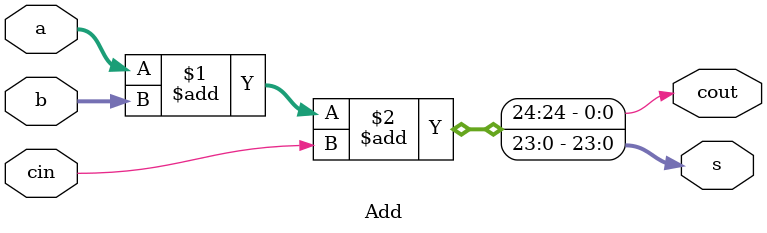
<source format=v>
(* DONT_TOUCH = "TRUE" *)
module Add (
input [23:0] a ,
input [23:0] b , 
input cin ,
output[23:0] s ,
output cout 
);

assign {cout,s}= a+b+cin ;

endmodule
</source>
